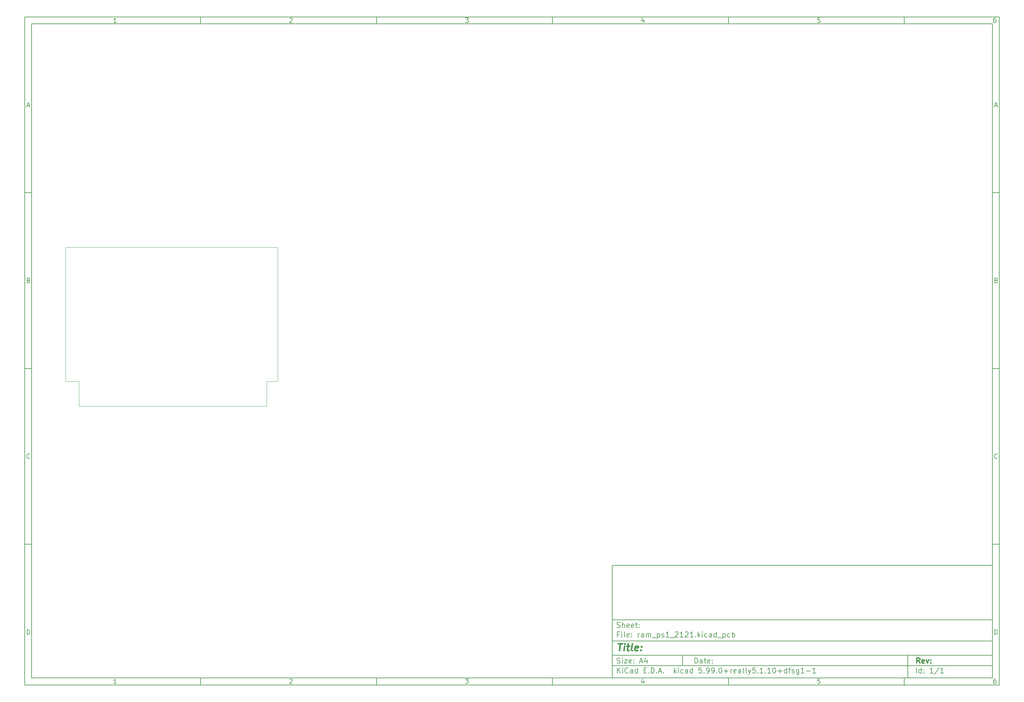
<source format=gbr>
%TF.GenerationSoftware,KiCad,Pcbnew,5.99.0+really5.1.10+dfsg1-1*%
%TF.CreationDate,2022-01-09T16:24:14+01:00*%
%TF.ProjectId,ram_ps1_2121,72616d5f-7073-4315-9f32-3132312e6b69,rev?*%
%TF.SameCoordinates,Original*%
%TF.FileFunction,Profile,NP*%
%FSLAX46Y46*%
G04 Gerber Fmt 4.6, Leading zero omitted, Abs format (unit mm)*
G04 Created by KiCad (PCBNEW 5.99.0+really5.1.10+dfsg1-1) date 2022-01-09 16:24:14*
%MOMM*%
%LPD*%
G01*
G04 APERTURE LIST*
%ADD10C,0.100000*%
%ADD11C,0.150000*%
%ADD12C,0.300000*%
%ADD13C,0.400000*%
%TA.AperFunction,Profile*%
%ADD14C,0.050000*%
%TD*%
G04 APERTURE END LIST*
D10*
D11*
X177002200Y-166007200D02*
X177002200Y-198007200D01*
X285002200Y-198007200D01*
X285002200Y-166007200D01*
X177002200Y-166007200D01*
D10*
D11*
X10000000Y-10000000D02*
X10000000Y-200007200D01*
X287002200Y-200007200D01*
X287002200Y-10000000D01*
X10000000Y-10000000D01*
D10*
D11*
X12000000Y-12000000D02*
X12000000Y-198007200D01*
X285002200Y-198007200D01*
X285002200Y-12000000D01*
X12000000Y-12000000D01*
D10*
D11*
X60000000Y-12000000D02*
X60000000Y-10000000D01*
D10*
D11*
X110000000Y-12000000D02*
X110000000Y-10000000D01*
D10*
D11*
X160000000Y-12000000D02*
X160000000Y-10000000D01*
D10*
D11*
X210000000Y-12000000D02*
X210000000Y-10000000D01*
D10*
D11*
X260000000Y-12000000D02*
X260000000Y-10000000D01*
D10*
D11*
X36065476Y-11588095D02*
X35322619Y-11588095D01*
X35694047Y-11588095D02*
X35694047Y-10288095D01*
X35570238Y-10473809D01*
X35446428Y-10597619D01*
X35322619Y-10659523D01*
D10*
D11*
X85322619Y-10411904D02*
X85384523Y-10350000D01*
X85508333Y-10288095D01*
X85817857Y-10288095D01*
X85941666Y-10350000D01*
X86003571Y-10411904D01*
X86065476Y-10535714D01*
X86065476Y-10659523D01*
X86003571Y-10845238D01*
X85260714Y-11588095D01*
X86065476Y-11588095D01*
D10*
D11*
X135260714Y-10288095D02*
X136065476Y-10288095D01*
X135632142Y-10783333D01*
X135817857Y-10783333D01*
X135941666Y-10845238D01*
X136003571Y-10907142D01*
X136065476Y-11030952D01*
X136065476Y-11340476D01*
X136003571Y-11464285D01*
X135941666Y-11526190D01*
X135817857Y-11588095D01*
X135446428Y-11588095D01*
X135322619Y-11526190D01*
X135260714Y-11464285D01*
D10*
D11*
X185941666Y-10721428D02*
X185941666Y-11588095D01*
X185632142Y-10226190D02*
X185322619Y-11154761D01*
X186127380Y-11154761D01*
D10*
D11*
X236003571Y-10288095D02*
X235384523Y-10288095D01*
X235322619Y-10907142D01*
X235384523Y-10845238D01*
X235508333Y-10783333D01*
X235817857Y-10783333D01*
X235941666Y-10845238D01*
X236003571Y-10907142D01*
X236065476Y-11030952D01*
X236065476Y-11340476D01*
X236003571Y-11464285D01*
X235941666Y-11526190D01*
X235817857Y-11588095D01*
X235508333Y-11588095D01*
X235384523Y-11526190D01*
X235322619Y-11464285D01*
D10*
D11*
X285941666Y-10288095D02*
X285694047Y-10288095D01*
X285570238Y-10350000D01*
X285508333Y-10411904D01*
X285384523Y-10597619D01*
X285322619Y-10845238D01*
X285322619Y-11340476D01*
X285384523Y-11464285D01*
X285446428Y-11526190D01*
X285570238Y-11588095D01*
X285817857Y-11588095D01*
X285941666Y-11526190D01*
X286003571Y-11464285D01*
X286065476Y-11340476D01*
X286065476Y-11030952D01*
X286003571Y-10907142D01*
X285941666Y-10845238D01*
X285817857Y-10783333D01*
X285570238Y-10783333D01*
X285446428Y-10845238D01*
X285384523Y-10907142D01*
X285322619Y-11030952D01*
D10*
D11*
X60000000Y-198007200D02*
X60000000Y-200007200D01*
D10*
D11*
X110000000Y-198007200D02*
X110000000Y-200007200D01*
D10*
D11*
X160000000Y-198007200D02*
X160000000Y-200007200D01*
D10*
D11*
X210000000Y-198007200D02*
X210000000Y-200007200D01*
D10*
D11*
X260000000Y-198007200D02*
X260000000Y-200007200D01*
D10*
D11*
X36065476Y-199595295D02*
X35322619Y-199595295D01*
X35694047Y-199595295D02*
X35694047Y-198295295D01*
X35570238Y-198481009D01*
X35446428Y-198604819D01*
X35322619Y-198666723D01*
D10*
D11*
X85322619Y-198419104D02*
X85384523Y-198357200D01*
X85508333Y-198295295D01*
X85817857Y-198295295D01*
X85941666Y-198357200D01*
X86003571Y-198419104D01*
X86065476Y-198542914D01*
X86065476Y-198666723D01*
X86003571Y-198852438D01*
X85260714Y-199595295D01*
X86065476Y-199595295D01*
D10*
D11*
X135260714Y-198295295D02*
X136065476Y-198295295D01*
X135632142Y-198790533D01*
X135817857Y-198790533D01*
X135941666Y-198852438D01*
X136003571Y-198914342D01*
X136065476Y-199038152D01*
X136065476Y-199347676D01*
X136003571Y-199471485D01*
X135941666Y-199533390D01*
X135817857Y-199595295D01*
X135446428Y-199595295D01*
X135322619Y-199533390D01*
X135260714Y-199471485D01*
D10*
D11*
X185941666Y-198728628D02*
X185941666Y-199595295D01*
X185632142Y-198233390D02*
X185322619Y-199161961D01*
X186127380Y-199161961D01*
D10*
D11*
X236003571Y-198295295D02*
X235384523Y-198295295D01*
X235322619Y-198914342D01*
X235384523Y-198852438D01*
X235508333Y-198790533D01*
X235817857Y-198790533D01*
X235941666Y-198852438D01*
X236003571Y-198914342D01*
X236065476Y-199038152D01*
X236065476Y-199347676D01*
X236003571Y-199471485D01*
X235941666Y-199533390D01*
X235817857Y-199595295D01*
X235508333Y-199595295D01*
X235384523Y-199533390D01*
X235322619Y-199471485D01*
D10*
D11*
X285941666Y-198295295D02*
X285694047Y-198295295D01*
X285570238Y-198357200D01*
X285508333Y-198419104D01*
X285384523Y-198604819D01*
X285322619Y-198852438D01*
X285322619Y-199347676D01*
X285384523Y-199471485D01*
X285446428Y-199533390D01*
X285570238Y-199595295D01*
X285817857Y-199595295D01*
X285941666Y-199533390D01*
X286003571Y-199471485D01*
X286065476Y-199347676D01*
X286065476Y-199038152D01*
X286003571Y-198914342D01*
X285941666Y-198852438D01*
X285817857Y-198790533D01*
X285570238Y-198790533D01*
X285446428Y-198852438D01*
X285384523Y-198914342D01*
X285322619Y-199038152D01*
D10*
D11*
X10000000Y-60000000D02*
X12000000Y-60000000D01*
D10*
D11*
X10000000Y-110000000D02*
X12000000Y-110000000D01*
D10*
D11*
X10000000Y-160000000D02*
X12000000Y-160000000D01*
D10*
D11*
X10690476Y-35216666D02*
X11309523Y-35216666D01*
X10566666Y-35588095D02*
X11000000Y-34288095D01*
X11433333Y-35588095D01*
D10*
D11*
X11092857Y-84907142D02*
X11278571Y-84969047D01*
X11340476Y-85030952D01*
X11402380Y-85154761D01*
X11402380Y-85340476D01*
X11340476Y-85464285D01*
X11278571Y-85526190D01*
X11154761Y-85588095D01*
X10659523Y-85588095D01*
X10659523Y-84288095D01*
X11092857Y-84288095D01*
X11216666Y-84350000D01*
X11278571Y-84411904D01*
X11340476Y-84535714D01*
X11340476Y-84659523D01*
X11278571Y-84783333D01*
X11216666Y-84845238D01*
X11092857Y-84907142D01*
X10659523Y-84907142D01*
D10*
D11*
X11402380Y-135464285D02*
X11340476Y-135526190D01*
X11154761Y-135588095D01*
X11030952Y-135588095D01*
X10845238Y-135526190D01*
X10721428Y-135402380D01*
X10659523Y-135278571D01*
X10597619Y-135030952D01*
X10597619Y-134845238D01*
X10659523Y-134597619D01*
X10721428Y-134473809D01*
X10845238Y-134350000D01*
X11030952Y-134288095D01*
X11154761Y-134288095D01*
X11340476Y-134350000D01*
X11402380Y-134411904D01*
D10*
D11*
X10659523Y-185588095D02*
X10659523Y-184288095D01*
X10969047Y-184288095D01*
X11154761Y-184350000D01*
X11278571Y-184473809D01*
X11340476Y-184597619D01*
X11402380Y-184845238D01*
X11402380Y-185030952D01*
X11340476Y-185278571D01*
X11278571Y-185402380D01*
X11154761Y-185526190D01*
X10969047Y-185588095D01*
X10659523Y-185588095D01*
D10*
D11*
X287002200Y-60000000D02*
X285002200Y-60000000D01*
D10*
D11*
X287002200Y-110000000D02*
X285002200Y-110000000D01*
D10*
D11*
X287002200Y-160000000D02*
X285002200Y-160000000D01*
D10*
D11*
X285692676Y-35216666D02*
X286311723Y-35216666D01*
X285568866Y-35588095D02*
X286002200Y-34288095D01*
X286435533Y-35588095D01*
D10*
D11*
X286095057Y-84907142D02*
X286280771Y-84969047D01*
X286342676Y-85030952D01*
X286404580Y-85154761D01*
X286404580Y-85340476D01*
X286342676Y-85464285D01*
X286280771Y-85526190D01*
X286156961Y-85588095D01*
X285661723Y-85588095D01*
X285661723Y-84288095D01*
X286095057Y-84288095D01*
X286218866Y-84350000D01*
X286280771Y-84411904D01*
X286342676Y-84535714D01*
X286342676Y-84659523D01*
X286280771Y-84783333D01*
X286218866Y-84845238D01*
X286095057Y-84907142D01*
X285661723Y-84907142D01*
D10*
D11*
X286404580Y-135464285D02*
X286342676Y-135526190D01*
X286156961Y-135588095D01*
X286033152Y-135588095D01*
X285847438Y-135526190D01*
X285723628Y-135402380D01*
X285661723Y-135278571D01*
X285599819Y-135030952D01*
X285599819Y-134845238D01*
X285661723Y-134597619D01*
X285723628Y-134473809D01*
X285847438Y-134350000D01*
X286033152Y-134288095D01*
X286156961Y-134288095D01*
X286342676Y-134350000D01*
X286404580Y-134411904D01*
D10*
D11*
X285661723Y-185588095D02*
X285661723Y-184288095D01*
X285971247Y-184288095D01*
X286156961Y-184350000D01*
X286280771Y-184473809D01*
X286342676Y-184597619D01*
X286404580Y-184845238D01*
X286404580Y-185030952D01*
X286342676Y-185278571D01*
X286280771Y-185402380D01*
X286156961Y-185526190D01*
X285971247Y-185588095D01*
X285661723Y-185588095D01*
D10*
D11*
X200434342Y-193785771D02*
X200434342Y-192285771D01*
X200791485Y-192285771D01*
X201005771Y-192357200D01*
X201148628Y-192500057D01*
X201220057Y-192642914D01*
X201291485Y-192928628D01*
X201291485Y-193142914D01*
X201220057Y-193428628D01*
X201148628Y-193571485D01*
X201005771Y-193714342D01*
X200791485Y-193785771D01*
X200434342Y-193785771D01*
X202577200Y-193785771D02*
X202577200Y-193000057D01*
X202505771Y-192857200D01*
X202362914Y-192785771D01*
X202077200Y-192785771D01*
X201934342Y-192857200D01*
X202577200Y-193714342D02*
X202434342Y-193785771D01*
X202077200Y-193785771D01*
X201934342Y-193714342D01*
X201862914Y-193571485D01*
X201862914Y-193428628D01*
X201934342Y-193285771D01*
X202077200Y-193214342D01*
X202434342Y-193214342D01*
X202577200Y-193142914D01*
X203077200Y-192785771D02*
X203648628Y-192785771D01*
X203291485Y-192285771D02*
X203291485Y-193571485D01*
X203362914Y-193714342D01*
X203505771Y-193785771D01*
X203648628Y-193785771D01*
X204720057Y-193714342D02*
X204577200Y-193785771D01*
X204291485Y-193785771D01*
X204148628Y-193714342D01*
X204077200Y-193571485D01*
X204077200Y-193000057D01*
X204148628Y-192857200D01*
X204291485Y-192785771D01*
X204577200Y-192785771D01*
X204720057Y-192857200D01*
X204791485Y-193000057D01*
X204791485Y-193142914D01*
X204077200Y-193285771D01*
X205434342Y-193642914D02*
X205505771Y-193714342D01*
X205434342Y-193785771D01*
X205362914Y-193714342D01*
X205434342Y-193642914D01*
X205434342Y-193785771D01*
X205434342Y-192857200D02*
X205505771Y-192928628D01*
X205434342Y-193000057D01*
X205362914Y-192928628D01*
X205434342Y-192857200D01*
X205434342Y-193000057D01*
D10*
D11*
X177002200Y-194507200D02*
X285002200Y-194507200D01*
D10*
D11*
X178434342Y-196585771D02*
X178434342Y-195085771D01*
X179291485Y-196585771D02*
X178648628Y-195728628D01*
X179291485Y-195085771D02*
X178434342Y-195942914D01*
X179934342Y-196585771D02*
X179934342Y-195585771D01*
X179934342Y-195085771D02*
X179862914Y-195157200D01*
X179934342Y-195228628D01*
X180005771Y-195157200D01*
X179934342Y-195085771D01*
X179934342Y-195228628D01*
X181505771Y-196442914D02*
X181434342Y-196514342D01*
X181220057Y-196585771D01*
X181077200Y-196585771D01*
X180862914Y-196514342D01*
X180720057Y-196371485D01*
X180648628Y-196228628D01*
X180577200Y-195942914D01*
X180577200Y-195728628D01*
X180648628Y-195442914D01*
X180720057Y-195300057D01*
X180862914Y-195157200D01*
X181077200Y-195085771D01*
X181220057Y-195085771D01*
X181434342Y-195157200D01*
X181505771Y-195228628D01*
X182791485Y-196585771D02*
X182791485Y-195800057D01*
X182720057Y-195657200D01*
X182577200Y-195585771D01*
X182291485Y-195585771D01*
X182148628Y-195657200D01*
X182791485Y-196514342D02*
X182648628Y-196585771D01*
X182291485Y-196585771D01*
X182148628Y-196514342D01*
X182077200Y-196371485D01*
X182077200Y-196228628D01*
X182148628Y-196085771D01*
X182291485Y-196014342D01*
X182648628Y-196014342D01*
X182791485Y-195942914D01*
X184148628Y-196585771D02*
X184148628Y-195085771D01*
X184148628Y-196514342D02*
X184005771Y-196585771D01*
X183720057Y-196585771D01*
X183577200Y-196514342D01*
X183505771Y-196442914D01*
X183434342Y-196300057D01*
X183434342Y-195871485D01*
X183505771Y-195728628D01*
X183577200Y-195657200D01*
X183720057Y-195585771D01*
X184005771Y-195585771D01*
X184148628Y-195657200D01*
X186005771Y-195800057D02*
X186505771Y-195800057D01*
X186720057Y-196585771D02*
X186005771Y-196585771D01*
X186005771Y-195085771D01*
X186720057Y-195085771D01*
X187362914Y-196442914D02*
X187434342Y-196514342D01*
X187362914Y-196585771D01*
X187291485Y-196514342D01*
X187362914Y-196442914D01*
X187362914Y-196585771D01*
X188077200Y-196585771D02*
X188077200Y-195085771D01*
X188434342Y-195085771D01*
X188648628Y-195157200D01*
X188791485Y-195300057D01*
X188862914Y-195442914D01*
X188934342Y-195728628D01*
X188934342Y-195942914D01*
X188862914Y-196228628D01*
X188791485Y-196371485D01*
X188648628Y-196514342D01*
X188434342Y-196585771D01*
X188077200Y-196585771D01*
X189577200Y-196442914D02*
X189648628Y-196514342D01*
X189577200Y-196585771D01*
X189505771Y-196514342D01*
X189577200Y-196442914D01*
X189577200Y-196585771D01*
X190220057Y-196157200D02*
X190934342Y-196157200D01*
X190077200Y-196585771D02*
X190577200Y-195085771D01*
X191077200Y-196585771D01*
X191577200Y-196442914D02*
X191648628Y-196514342D01*
X191577200Y-196585771D01*
X191505771Y-196514342D01*
X191577200Y-196442914D01*
X191577200Y-196585771D01*
X194577200Y-196585771D02*
X194577200Y-195085771D01*
X194720057Y-196014342D02*
X195148628Y-196585771D01*
X195148628Y-195585771D02*
X194577200Y-196157200D01*
X195791485Y-196585771D02*
X195791485Y-195585771D01*
X195791485Y-195085771D02*
X195720057Y-195157200D01*
X195791485Y-195228628D01*
X195862914Y-195157200D01*
X195791485Y-195085771D01*
X195791485Y-195228628D01*
X197148628Y-196514342D02*
X197005771Y-196585771D01*
X196720057Y-196585771D01*
X196577200Y-196514342D01*
X196505771Y-196442914D01*
X196434342Y-196300057D01*
X196434342Y-195871485D01*
X196505771Y-195728628D01*
X196577200Y-195657200D01*
X196720057Y-195585771D01*
X197005771Y-195585771D01*
X197148628Y-195657200D01*
X198434342Y-196585771D02*
X198434342Y-195800057D01*
X198362914Y-195657200D01*
X198220057Y-195585771D01*
X197934342Y-195585771D01*
X197791485Y-195657200D01*
X198434342Y-196514342D02*
X198291485Y-196585771D01*
X197934342Y-196585771D01*
X197791485Y-196514342D01*
X197720057Y-196371485D01*
X197720057Y-196228628D01*
X197791485Y-196085771D01*
X197934342Y-196014342D01*
X198291485Y-196014342D01*
X198434342Y-195942914D01*
X199791485Y-196585771D02*
X199791485Y-195085771D01*
X199791485Y-196514342D02*
X199648628Y-196585771D01*
X199362914Y-196585771D01*
X199220057Y-196514342D01*
X199148628Y-196442914D01*
X199077200Y-196300057D01*
X199077200Y-195871485D01*
X199148628Y-195728628D01*
X199220057Y-195657200D01*
X199362914Y-195585771D01*
X199648628Y-195585771D01*
X199791485Y-195657200D01*
X202362914Y-195085771D02*
X201648628Y-195085771D01*
X201577200Y-195800057D01*
X201648628Y-195728628D01*
X201791485Y-195657200D01*
X202148628Y-195657200D01*
X202291485Y-195728628D01*
X202362914Y-195800057D01*
X202434342Y-195942914D01*
X202434342Y-196300057D01*
X202362914Y-196442914D01*
X202291485Y-196514342D01*
X202148628Y-196585771D01*
X201791485Y-196585771D01*
X201648628Y-196514342D01*
X201577200Y-196442914D01*
X203077200Y-196442914D02*
X203148628Y-196514342D01*
X203077200Y-196585771D01*
X203005771Y-196514342D01*
X203077200Y-196442914D01*
X203077200Y-196585771D01*
X203862914Y-196585771D02*
X204148628Y-196585771D01*
X204291485Y-196514342D01*
X204362914Y-196442914D01*
X204505771Y-196228628D01*
X204577200Y-195942914D01*
X204577200Y-195371485D01*
X204505771Y-195228628D01*
X204434342Y-195157200D01*
X204291485Y-195085771D01*
X204005771Y-195085771D01*
X203862914Y-195157200D01*
X203791485Y-195228628D01*
X203720057Y-195371485D01*
X203720057Y-195728628D01*
X203791485Y-195871485D01*
X203862914Y-195942914D01*
X204005771Y-196014342D01*
X204291485Y-196014342D01*
X204434342Y-195942914D01*
X204505771Y-195871485D01*
X204577200Y-195728628D01*
X205291485Y-196585771D02*
X205577200Y-196585771D01*
X205720057Y-196514342D01*
X205791485Y-196442914D01*
X205934342Y-196228628D01*
X206005771Y-195942914D01*
X206005771Y-195371485D01*
X205934342Y-195228628D01*
X205862914Y-195157200D01*
X205720057Y-195085771D01*
X205434342Y-195085771D01*
X205291485Y-195157200D01*
X205220057Y-195228628D01*
X205148628Y-195371485D01*
X205148628Y-195728628D01*
X205220057Y-195871485D01*
X205291485Y-195942914D01*
X205434342Y-196014342D01*
X205720057Y-196014342D01*
X205862914Y-195942914D01*
X205934342Y-195871485D01*
X206005771Y-195728628D01*
X206648628Y-196442914D02*
X206720057Y-196514342D01*
X206648628Y-196585771D01*
X206577200Y-196514342D01*
X206648628Y-196442914D01*
X206648628Y-196585771D01*
X207648628Y-195085771D02*
X207791485Y-195085771D01*
X207934342Y-195157200D01*
X208005771Y-195228628D01*
X208077200Y-195371485D01*
X208148628Y-195657200D01*
X208148628Y-196014342D01*
X208077200Y-196300057D01*
X208005771Y-196442914D01*
X207934342Y-196514342D01*
X207791485Y-196585771D01*
X207648628Y-196585771D01*
X207505771Y-196514342D01*
X207434342Y-196442914D01*
X207362914Y-196300057D01*
X207291485Y-196014342D01*
X207291485Y-195657200D01*
X207362914Y-195371485D01*
X207434342Y-195228628D01*
X207505771Y-195157200D01*
X207648628Y-195085771D01*
X208791485Y-196014342D02*
X209934342Y-196014342D01*
X209362914Y-196585771D02*
X209362914Y-195442914D01*
X210648628Y-196585771D02*
X210648628Y-195585771D01*
X210648628Y-195871485D02*
X210720057Y-195728628D01*
X210791485Y-195657200D01*
X210934342Y-195585771D01*
X211077200Y-195585771D01*
X212148628Y-196514342D02*
X212005771Y-196585771D01*
X211720057Y-196585771D01*
X211577200Y-196514342D01*
X211505771Y-196371485D01*
X211505771Y-195800057D01*
X211577200Y-195657200D01*
X211720057Y-195585771D01*
X212005771Y-195585771D01*
X212148628Y-195657200D01*
X212220057Y-195800057D01*
X212220057Y-195942914D01*
X211505771Y-196085771D01*
X213505771Y-196585771D02*
X213505771Y-195800057D01*
X213434342Y-195657200D01*
X213291485Y-195585771D01*
X213005771Y-195585771D01*
X212862914Y-195657200D01*
X213505771Y-196514342D02*
X213362914Y-196585771D01*
X213005771Y-196585771D01*
X212862914Y-196514342D01*
X212791485Y-196371485D01*
X212791485Y-196228628D01*
X212862914Y-196085771D01*
X213005771Y-196014342D01*
X213362914Y-196014342D01*
X213505771Y-195942914D01*
X214434342Y-196585771D02*
X214291485Y-196514342D01*
X214220057Y-196371485D01*
X214220057Y-195085771D01*
X215220057Y-196585771D02*
X215077200Y-196514342D01*
X215005771Y-196371485D01*
X215005771Y-195085771D01*
X215648628Y-195585771D02*
X216005771Y-196585771D01*
X216362914Y-195585771D02*
X216005771Y-196585771D01*
X215862914Y-196942914D01*
X215791485Y-197014342D01*
X215648628Y-197085771D01*
X217648628Y-195085771D02*
X216934342Y-195085771D01*
X216862914Y-195800057D01*
X216934342Y-195728628D01*
X217077200Y-195657200D01*
X217434342Y-195657200D01*
X217577200Y-195728628D01*
X217648628Y-195800057D01*
X217720057Y-195942914D01*
X217720057Y-196300057D01*
X217648628Y-196442914D01*
X217577200Y-196514342D01*
X217434342Y-196585771D01*
X217077200Y-196585771D01*
X216934342Y-196514342D01*
X216862914Y-196442914D01*
X218362914Y-196442914D02*
X218434342Y-196514342D01*
X218362914Y-196585771D01*
X218291485Y-196514342D01*
X218362914Y-196442914D01*
X218362914Y-196585771D01*
X219862914Y-196585771D02*
X219005771Y-196585771D01*
X219434342Y-196585771D02*
X219434342Y-195085771D01*
X219291485Y-195300057D01*
X219148628Y-195442914D01*
X219005771Y-195514342D01*
X220505771Y-196442914D02*
X220577200Y-196514342D01*
X220505771Y-196585771D01*
X220434342Y-196514342D01*
X220505771Y-196442914D01*
X220505771Y-196585771D01*
X222005771Y-196585771D02*
X221148628Y-196585771D01*
X221577200Y-196585771D02*
X221577200Y-195085771D01*
X221434342Y-195300057D01*
X221291485Y-195442914D01*
X221148628Y-195514342D01*
X222934342Y-195085771D02*
X223077200Y-195085771D01*
X223220057Y-195157200D01*
X223291485Y-195228628D01*
X223362914Y-195371485D01*
X223434342Y-195657200D01*
X223434342Y-196014342D01*
X223362914Y-196300057D01*
X223291485Y-196442914D01*
X223220057Y-196514342D01*
X223077200Y-196585771D01*
X222934342Y-196585771D01*
X222791485Y-196514342D01*
X222720057Y-196442914D01*
X222648628Y-196300057D01*
X222577200Y-196014342D01*
X222577200Y-195657200D01*
X222648628Y-195371485D01*
X222720057Y-195228628D01*
X222791485Y-195157200D01*
X222934342Y-195085771D01*
X224077200Y-196014342D02*
X225220057Y-196014342D01*
X224648628Y-196585771D02*
X224648628Y-195442914D01*
X226577200Y-196585771D02*
X226577200Y-195085771D01*
X226577200Y-196514342D02*
X226434342Y-196585771D01*
X226148628Y-196585771D01*
X226005771Y-196514342D01*
X225934342Y-196442914D01*
X225862914Y-196300057D01*
X225862914Y-195871485D01*
X225934342Y-195728628D01*
X226005771Y-195657200D01*
X226148628Y-195585771D01*
X226434342Y-195585771D01*
X226577200Y-195657200D01*
X227077200Y-195585771D02*
X227648628Y-195585771D01*
X227291485Y-196585771D02*
X227291485Y-195300057D01*
X227362914Y-195157200D01*
X227505771Y-195085771D01*
X227648628Y-195085771D01*
X228077200Y-196514342D02*
X228220057Y-196585771D01*
X228505771Y-196585771D01*
X228648628Y-196514342D01*
X228720057Y-196371485D01*
X228720057Y-196300057D01*
X228648628Y-196157200D01*
X228505771Y-196085771D01*
X228291485Y-196085771D01*
X228148628Y-196014342D01*
X228077200Y-195871485D01*
X228077200Y-195800057D01*
X228148628Y-195657200D01*
X228291485Y-195585771D01*
X228505771Y-195585771D01*
X228648628Y-195657200D01*
X230005771Y-195585771D02*
X230005771Y-196800057D01*
X229934342Y-196942914D01*
X229862914Y-197014342D01*
X229720057Y-197085771D01*
X229505771Y-197085771D01*
X229362914Y-197014342D01*
X230005771Y-196514342D02*
X229862914Y-196585771D01*
X229577200Y-196585771D01*
X229434342Y-196514342D01*
X229362914Y-196442914D01*
X229291485Y-196300057D01*
X229291485Y-195871485D01*
X229362914Y-195728628D01*
X229434342Y-195657200D01*
X229577200Y-195585771D01*
X229862914Y-195585771D01*
X230005771Y-195657200D01*
X231505771Y-196585771D02*
X230648628Y-196585771D01*
X231077200Y-196585771D02*
X231077200Y-195085771D01*
X230934342Y-195300057D01*
X230791485Y-195442914D01*
X230648628Y-195514342D01*
X232148628Y-196014342D02*
X233291485Y-196014342D01*
X234791485Y-196585771D02*
X233934342Y-196585771D01*
X234362914Y-196585771D02*
X234362914Y-195085771D01*
X234220057Y-195300057D01*
X234077200Y-195442914D01*
X233934342Y-195514342D01*
D10*
D11*
X177002200Y-191507200D02*
X285002200Y-191507200D01*
D10*
D12*
X264411485Y-193785771D02*
X263911485Y-193071485D01*
X263554342Y-193785771D02*
X263554342Y-192285771D01*
X264125771Y-192285771D01*
X264268628Y-192357200D01*
X264340057Y-192428628D01*
X264411485Y-192571485D01*
X264411485Y-192785771D01*
X264340057Y-192928628D01*
X264268628Y-193000057D01*
X264125771Y-193071485D01*
X263554342Y-193071485D01*
X265625771Y-193714342D02*
X265482914Y-193785771D01*
X265197200Y-193785771D01*
X265054342Y-193714342D01*
X264982914Y-193571485D01*
X264982914Y-193000057D01*
X265054342Y-192857200D01*
X265197200Y-192785771D01*
X265482914Y-192785771D01*
X265625771Y-192857200D01*
X265697200Y-193000057D01*
X265697200Y-193142914D01*
X264982914Y-193285771D01*
X266197200Y-192785771D02*
X266554342Y-193785771D01*
X266911485Y-192785771D01*
X267482914Y-193642914D02*
X267554342Y-193714342D01*
X267482914Y-193785771D01*
X267411485Y-193714342D01*
X267482914Y-193642914D01*
X267482914Y-193785771D01*
X267482914Y-192857200D02*
X267554342Y-192928628D01*
X267482914Y-193000057D01*
X267411485Y-192928628D01*
X267482914Y-192857200D01*
X267482914Y-193000057D01*
D10*
D11*
X178362914Y-193714342D02*
X178577200Y-193785771D01*
X178934342Y-193785771D01*
X179077200Y-193714342D01*
X179148628Y-193642914D01*
X179220057Y-193500057D01*
X179220057Y-193357200D01*
X179148628Y-193214342D01*
X179077200Y-193142914D01*
X178934342Y-193071485D01*
X178648628Y-193000057D01*
X178505771Y-192928628D01*
X178434342Y-192857200D01*
X178362914Y-192714342D01*
X178362914Y-192571485D01*
X178434342Y-192428628D01*
X178505771Y-192357200D01*
X178648628Y-192285771D01*
X179005771Y-192285771D01*
X179220057Y-192357200D01*
X179862914Y-193785771D02*
X179862914Y-192785771D01*
X179862914Y-192285771D02*
X179791485Y-192357200D01*
X179862914Y-192428628D01*
X179934342Y-192357200D01*
X179862914Y-192285771D01*
X179862914Y-192428628D01*
X180434342Y-192785771D02*
X181220057Y-192785771D01*
X180434342Y-193785771D01*
X181220057Y-193785771D01*
X182362914Y-193714342D02*
X182220057Y-193785771D01*
X181934342Y-193785771D01*
X181791485Y-193714342D01*
X181720057Y-193571485D01*
X181720057Y-193000057D01*
X181791485Y-192857200D01*
X181934342Y-192785771D01*
X182220057Y-192785771D01*
X182362914Y-192857200D01*
X182434342Y-193000057D01*
X182434342Y-193142914D01*
X181720057Y-193285771D01*
X183077200Y-193642914D02*
X183148628Y-193714342D01*
X183077200Y-193785771D01*
X183005771Y-193714342D01*
X183077200Y-193642914D01*
X183077200Y-193785771D01*
X183077200Y-192857200D02*
X183148628Y-192928628D01*
X183077200Y-193000057D01*
X183005771Y-192928628D01*
X183077200Y-192857200D01*
X183077200Y-193000057D01*
X184862914Y-193357200D02*
X185577200Y-193357200D01*
X184720057Y-193785771D02*
X185220057Y-192285771D01*
X185720057Y-193785771D01*
X186862914Y-192785771D02*
X186862914Y-193785771D01*
X186505771Y-192214342D02*
X186148628Y-193285771D01*
X187077200Y-193285771D01*
D10*
D11*
X263434342Y-196585771D02*
X263434342Y-195085771D01*
X264791485Y-196585771D02*
X264791485Y-195085771D01*
X264791485Y-196514342D02*
X264648628Y-196585771D01*
X264362914Y-196585771D01*
X264220057Y-196514342D01*
X264148628Y-196442914D01*
X264077200Y-196300057D01*
X264077200Y-195871485D01*
X264148628Y-195728628D01*
X264220057Y-195657200D01*
X264362914Y-195585771D01*
X264648628Y-195585771D01*
X264791485Y-195657200D01*
X265505771Y-196442914D02*
X265577200Y-196514342D01*
X265505771Y-196585771D01*
X265434342Y-196514342D01*
X265505771Y-196442914D01*
X265505771Y-196585771D01*
X265505771Y-195657200D02*
X265577200Y-195728628D01*
X265505771Y-195800057D01*
X265434342Y-195728628D01*
X265505771Y-195657200D01*
X265505771Y-195800057D01*
X268148628Y-196585771D02*
X267291485Y-196585771D01*
X267720057Y-196585771D02*
X267720057Y-195085771D01*
X267577200Y-195300057D01*
X267434342Y-195442914D01*
X267291485Y-195514342D01*
X269862914Y-195014342D02*
X268577200Y-196942914D01*
X271148628Y-196585771D02*
X270291485Y-196585771D01*
X270720057Y-196585771D02*
X270720057Y-195085771D01*
X270577200Y-195300057D01*
X270434342Y-195442914D01*
X270291485Y-195514342D01*
D10*
D11*
X177002200Y-187507200D02*
X285002200Y-187507200D01*
D10*
D13*
X178714580Y-188211961D02*
X179857438Y-188211961D01*
X179036009Y-190211961D02*
X179286009Y-188211961D01*
X180274104Y-190211961D02*
X180440771Y-188878628D01*
X180524104Y-188211961D02*
X180416961Y-188307200D01*
X180500295Y-188402438D01*
X180607438Y-188307200D01*
X180524104Y-188211961D01*
X180500295Y-188402438D01*
X181107438Y-188878628D02*
X181869342Y-188878628D01*
X181476485Y-188211961D02*
X181262200Y-189926247D01*
X181333628Y-190116723D01*
X181512200Y-190211961D01*
X181702676Y-190211961D01*
X182655057Y-190211961D02*
X182476485Y-190116723D01*
X182405057Y-189926247D01*
X182619342Y-188211961D01*
X184190771Y-190116723D02*
X183988390Y-190211961D01*
X183607438Y-190211961D01*
X183428866Y-190116723D01*
X183357438Y-189926247D01*
X183452676Y-189164342D01*
X183571723Y-188973866D01*
X183774104Y-188878628D01*
X184155057Y-188878628D01*
X184333628Y-188973866D01*
X184405057Y-189164342D01*
X184381247Y-189354819D01*
X183405057Y-189545295D01*
X185155057Y-190021485D02*
X185238390Y-190116723D01*
X185131247Y-190211961D01*
X185047914Y-190116723D01*
X185155057Y-190021485D01*
X185131247Y-190211961D01*
X185286009Y-188973866D02*
X185369342Y-189069104D01*
X185262200Y-189164342D01*
X185178866Y-189069104D01*
X185286009Y-188973866D01*
X185262200Y-189164342D01*
D10*
D11*
X178934342Y-185600057D02*
X178434342Y-185600057D01*
X178434342Y-186385771D02*
X178434342Y-184885771D01*
X179148628Y-184885771D01*
X179720057Y-186385771D02*
X179720057Y-185385771D01*
X179720057Y-184885771D02*
X179648628Y-184957200D01*
X179720057Y-185028628D01*
X179791485Y-184957200D01*
X179720057Y-184885771D01*
X179720057Y-185028628D01*
X180648628Y-186385771D02*
X180505771Y-186314342D01*
X180434342Y-186171485D01*
X180434342Y-184885771D01*
X181791485Y-186314342D02*
X181648628Y-186385771D01*
X181362914Y-186385771D01*
X181220057Y-186314342D01*
X181148628Y-186171485D01*
X181148628Y-185600057D01*
X181220057Y-185457200D01*
X181362914Y-185385771D01*
X181648628Y-185385771D01*
X181791485Y-185457200D01*
X181862914Y-185600057D01*
X181862914Y-185742914D01*
X181148628Y-185885771D01*
X182505771Y-186242914D02*
X182577200Y-186314342D01*
X182505771Y-186385771D01*
X182434342Y-186314342D01*
X182505771Y-186242914D01*
X182505771Y-186385771D01*
X182505771Y-185457200D02*
X182577200Y-185528628D01*
X182505771Y-185600057D01*
X182434342Y-185528628D01*
X182505771Y-185457200D01*
X182505771Y-185600057D01*
X184362914Y-186385771D02*
X184362914Y-185385771D01*
X184362914Y-185671485D02*
X184434342Y-185528628D01*
X184505771Y-185457200D01*
X184648628Y-185385771D01*
X184791485Y-185385771D01*
X185934342Y-186385771D02*
X185934342Y-185600057D01*
X185862914Y-185457200D01*
X185720057Y-185385771D01*
X185434342Y-185385771D01*
X185291485Y-185457200D01*
X185934342Y-186314342D02*
X185791485Y-186385771D01*
X185434342Y-186385771D01*
X185291485Y-186314342D01*
X185220057Y-186171485D01*
X185220057Y-186028628D01*
X185291485Y-185885771D01*
X185434342Y-185814342D01*
X185791485Y-185814342D01*
X185934342Y-185742914D01*
X186648628Y-186385771D02*
X186648628Y-185385771D01*
X186648628Y-185528628D02*
X186720057Y-185457200D01*
X186862914Y-185385771D01*
X187077200Y-185385771D01*
X187220057Y-185457200D01*
X187291485Y-185600057D01*
X187291485Y-186385771D01*
X187291485Y-185600057D02*
X187362914Y-185457200D01*
X187505771Y-185385771D01*
X187720057Y-185385771D01*
X187862914Y-185457200D01*
X187934342Y-185600057D01*
X187934342Y-186385771D01*
X188291485Y-186528628D02*
X189434342Y-186528628D01*
X189791485Y-185385771D02*
X189791485Y-186885771D01*
X189791485Y-185457200D02*
X189934342Y-185385771D01*
X190220057Y-185385771D01*
X190362914Y-185457200D01*
X190434342Y-185528628D01*
X190505771Y-185671485D01*
X190505771Y-186100057D01*
X190434342Y-186242914D01*
X190362914Y-186314342D01*
X190220057Y-186385771D01*
X189934342Y-186385771D01*
X189791485Y-186314342D01*
X191077200Y-186314342D02*
X191220057Y-186385771D01*
X191505771Y-186385771D01*
X191648628Y-186314342D01*
X191720057Y-186171485D01*
X191720057Y-186100057D01*
X191648628Y-185957200D01*
X191505771Y-185885771D01*
X191291485Y-185885771D01*
X191148628Y-185814342D01*
X191077200Y-185671485D01*
X191077200Y-185600057D01*
X191148628Y-185457200D01*
X191291485Y-185385771D01*
X191505771Y-185385771D01*
X191648628Y-185457200D01*
X193148628Y-186385771D02*
X192291485Y-186385771D01*
X192720057Y-186385771D02*
X192720057Y-184885771D01*
X192577200Y-185100057D01*
X192434342Y-185242914D01*
X192291485Y-185314342D01*
X193434342Y-186528628D02*
X194577200Y-186528628D01*
X194862914Y-185028628D02*
X194934342Y-184957200D01*
X195077200Y-184885771D01*
X195434342Y-184885771D01*
X195577200Y-184957200D01*
X195648628Y-185028628D01*
X195720057Y-185171485D01*
X195720057Y-185314342D01*
X195648628Y-185528628D01*
X194791485Y-186385771D01*
X195720057Y-186385771D01*
X197148628Y-186385771D02*
X196291485Y-186385771D01*
X196720057Y-186385771D02*
X196720057Y-184885771D01*
X196577200Y-185100057D01*
X196434342Y-185242914D01*
X196291485Y-185314342D01*
X197720057Y-185028628D02*
X197791485Y-184957200D01*
X197934342Y-184885771D01*
X198291485Y-184885771D01*
X198434342Y-184957200D01*
X198505771Y-185028628D01*
X198577200Y-185171485D01*
X198577200Y-185314342D01*
X198505771Y-185528628D01*
X197648628Y-186385771D01*
X198577200Y-186385771D01*
X200005771Y-186385771D02*
X199148628Y-186385771D01*
X199577200Y-186385771D02*
X199577200Y-184885771D01*
X199434342Y-185100057D01*
X199291485Y-185242914D01*
X199148628Y-185314342D01*
X200648628Y-186242914D02*
X200720057Y-186314342D01*
X200648628Y-186385771D01*
X200577200Y-186314342D01*
X200648628Y-186242914D01*
X200648628Y-186385771D01*
X201362914Y-186385771D02*
X201362914Y-184885771D01*
X201505771Y-185814342D02*
X201934342Y-186385771D01*
X201934342Y-185385771D02*
X201362914Y-185957200D01*
X202577200Y-186385771D02*
X202577200Y-185385771D01*
X202577200Y-184885771D02*
X202505771Y-184957200D01*
X202577200Y-185028628D01*
X202648628Y-184957200D01*
X202577200Y-184885771D01*
X202577200Y-185028628D01*
X203934342Y-186314342D02*
X203791485Y-186385771D01*
X203505771Y-186385771D01*
X203362914Y-186314342D01*
X203291485Y-186242914D01*
X203220057Y-186100057D01*
X203220057Y-185671485D01*
X203291485Y-185528628D01*
X203362914Y-185457200D01*
X203505771Y-185385771D01*
X203791485Y-185385771D01*
X203934342Y-185457200D01*
X205220057Y-186385771D02*
X205220057Y-185600057D01*
X205148628Y-185457200D01*
X205005771Y-185385771D01*
X204720057Y-185385771D01*
X204577200Y-185457200D01*
X205220057Y-186314342D02*
X205077200Y-186385771D01*
X204720057Y-186385771D01*
X204577200Y-186314342D01*
X204505771Y-186171485D01*
X204505771Y-186028628D01*
X204577200Y-185885771D01*
X204720057Y-185814342D01*
X205077200Y-185814342D01*
X205220057Y-185742914D01*
X206577200Y-186385771D02*
X206577200Y-184885771D01*
X206577200Y-186314342D02*
X206434342Y-186385771D01*
X206148628Y-186385771D01*
X206005771Y-186314342D01*
X205934342Y-186242914D01*
X205862914Y-186100057D01*
X205862914Y-185671485D01*
X205934342Y-185528628D01*
X206005771Y-185457200D01*
X206148628Y-185385771D01*
X206434342Y-185385771D01*
X206577200Y-185457200D01*
X206934342Y-186528628D02*
X208077200Y-186528628D01*
X208434342Y-185385771D02*
X208434342Y-186885771D01*
X208434342Y-185457200D02*
X208577200Y-185385771D01*
X208862914Y-185385771D01*
X209005771Y-185457200D01*
X209077200Y-185528628D01*
X209148628Y-185671485D01*
X209148628Y-186100057D01*
X209077200Y-186242914D01*
X209005771Y-186314342D01*
X208862914Y-186385771D01*
X208577200Y-186385771D01*
X208434342Y-186314342D01*
X210434342Y-186314342D02*
X210291485Y-186385771D01*
X210005771Y-186385771D01*
X209862914Y-186314342D01*
X209791485Y-186242914D01*
X209720057Y-186100057D01*
X209720057Y-185671485D01*
X209791485Y-185528628D01*
X209862914Y-185457200D01*
X210005771Y-185385771D01*
X210291485Y-185385771D01*
X210434342Y-185457200D01*
X211077200Y-186385771D02*
X211077200Y-184885771D01*
X211077200Y-185457200D02*
X211220057Y-185385771D01*
X211505771Y-185385771D01*
X211648628Y-185457200D01*
X211720057Y-185528628D01*
X211791485Y-185671485D01*
X211791485Y-186100057D01*
X211720057Y-186242914D01*
X211648628Y-186314342D01*
X211505771Y-186385771D01*
X211220057Y-186385771D01*
X211077200Y-186314342D01*
D10*
D11*
X177002200Y-181507200D02*
X285002200Y-181507200D01*
D10*
D11*
X178362914Y-183614342D02*
X178577200Y-183685771D01*
X178934342Y-183685771D01*
X179077200Y-183614342D01*
X179148628Y-183542914D01*
X179220057Y-183400057D01*
X179220057Y-183257200D01*
X179148628Y-183114342D01*
X179077200Y-183042914D01*
X178934342Y-182971485D01*
X178648628Y-182900057D01*
X178505771Y-182828628D01*
X178434342Y-182757200D01*
X178362914Y-182614342D01*
X178362914Y-182471485D01*
X178434342Y-182328628D01*
X178505771Y-182257200D01*
X178648628Y-182185771D01*
X179005771Y-182185771D01*
X179220057Y-182257200D01*
X179862914Y-183685771D02*
X179862914Y-182185771D01*
X180505771Y-183685771D02*
X180505771Y-182900057D01*
X180434342Y-182757200D01*
X180291485Y-182685771D01*
X180077200Y-182685771D01*
X179934342Y-182757200D01*
X179862914Y-182828628D01*
X181791485Y-183614342D02*
X181648628Y-183685771D01*
X181362914Y-183685771D01*
X181220057Y-183614342D01*
X181148628Y-183471485D01*
X181148628Y-182900057D01*
X181220057Y-182757200D01*
X181362914Y-182685771D01*
X181648628Y-182685771D01*
X181791485Y-182757200D01*
X181862914Y-182900057D01*
X181862914Y-183042914D01*
X181148628Y-183185771D01*
X183077200Y-183614342D02*
X182934342Y-183685771D01*
X182648628Y-183685771D01*
X182505771Y-183614342D01*
X182434342Y-183471485D01*
X182434342Y-182900057D01*
X182505771Y-182757200D01*
X182648628Y-182685771D01*
X182934342Y-182685771D01*
X183077200Y-182757200D01*
X183148628Y-182900057D01*
X183148628Y-183042914D01*
X182434342Y-183185771D01*
X183577200Y-182685771D02*
X184148628Y-182685771D01*
X183791485Y-182185771D02*
X183791485Y-183471485D01*
X183862914Y-183614342D01*
X184005771Y-183685771D01*
X184148628Y-183685771D01*
X184648628Y-183542914D02*
X184720057Y-183614342D01*
X184648628Y-183685771D01*
X184577200Y-183614342D01*
X184648628Y-183542914D01*
X184648628Y-183685771D01*
X184648628Y-182757200D02*
X184720057Y-182828628D01*
X184648628Y-182900057D01*
X184577200Y-182828628D01*
X184648628Y-182757200D01*
X184648628Y-182900057D01*
D10*
D11*
X197002200Y-191507200D02*
X197002200Y-194507200D01*
D10*
D11*
X261002200Y-191507200D02*
X261002200Y-198007200D01*
D14*
X21590000Y-75565000D02*
X21590000Y-76835000D01*
X81915000Y-76835000D02*
X81915000Y-75565000D01*
X21590000Y-76835000D02*
X21590000Y-84455000D01*
X81915000Y-76835000D02*
X81915000Y-84455000D01*
X78740000Y-120650000D02*
X78740000Y-113665000D01*
X25400000Y-120650000D02*
X78740000Y-120650000D01*
X25400000Y-113665000D02*
X25400000Y-120650000D01*
X21590000Y-113665000D02*
X25400000Y-113665000D01*
X21590000Y-84455000D02*
X21590000Y-113665000D01*
X81915000Y-75565000D02*
X21590000Y-75565000D01*
X81915000Y-113665000D02*
X81915000Y-84455000D01*
X78740000Y-113665000D02*
X81915000Y-113665000D01*
M02*

</source>
